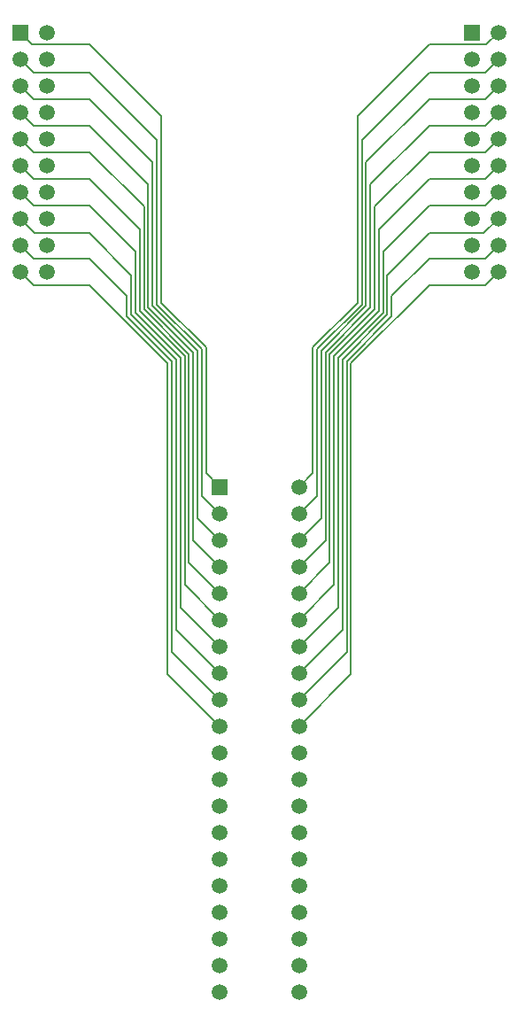
<source format=gtl>
G04 Layer_Physical_Order=1*
G04 Layer_Color=255*
%FSLAX25Y25*%
%MOIN*%
G70*
G01*
G75*
%ADD10C,0.00800*%
%ADD11C,0.05906*%
%ADD12R,0.05906X0.05906*%
D10*
X10000Y339500D02*
X15000Y334500D01*
Y344500D02*
X36000D01*
X10000Y349500D02*
X15000Y344500D01*
X15500Y354000D02*
X36000D01*
X10000Y359500D02*
X15500Y354000D01*
X15000Y364500D02*
X36000D01*
X10000Y369500D02*
X15000Y364500D01*
Y374500D02*
X36000D01*
X10000Y379500D02*
X15000Y374500D01*
X15000Y384500D02*
X36000D01*
X10000Y389500D02*
X15000Y384500D01*
X15000Y394500D02*
X36000D01*
X10000Y399500D02*
X15000Y394500D01*
X15000Y404500D02*
X36000D01*
X10000Y409500D02*
X15000Y404500D01*
X15000Y414500D02*
X36000D01*
X10000Y419500D02*
X15000Y414500D01*
X14500Y425000D02*
X36000D01*
X10000Y429500D02*
X14500Y425000D01*
X15000Y334500D02*
X36000D01*
X164000D02*
X185000D01*
X185500Y425000D02*
X190000Y429500D01*
X164000Y425000D02*
X185500D01*
X137000Y398000D02*
X164000Y425000D01*
X185000Y414500D02*
X190000Y419500D01*
X164000Y414500D02*
X185000D01*
X138600Y389100D02*
X164000Y414500D01*
X185000Y404500D02*
X190000Y409500D01*
X164000Y404500D02*
X185000D01*
X140200Y380700D02*
X164000Y404500D01*
X185000Y394500D02*
X190000Y399500D01*
X164000Y394500D02*
X185000D01*
X141800Y372300D02*
X164000Y394500D01*
X185000Y384500D02*
X190000Y389500D01*
X164000Y384500D02*
X185000D01*
X143400Y363900D02*
X164000Y384500D01*
X185000Y374500D02*
X190000Y379500D01*
X164000Y374500D02*
X185000D01*
X145000Y355500D02*
X164000Y374500D01*
X185000Y364500D02*
X190000Y369500D01*
X164000Y364500D02*
X185000D01*
X146600Y347100D02*
X164000Y364500D01*
X184500Y354000D02*
X190000Y359500D01*
X164000Y354000D02*
X184500D01*
X148200Y338200D02*
X164000Y354000D01*
X185000Y344500D02*
X190000Y349500D01*
X164000Y344500D02*
X185000D01*
X149800Y330300D02*
X164000Y344500D01*
X185000Y334500D02*
X190000Y339500D01*
X120100Y310965D02*
X137000Y327865D01*
X121700Y310302D02*
X138600Y327202D01*
X123300Y309639D02*
X140200Y326539D01*
X124900Y308976D02*
X141800Y325876D01*
X126500Y308314D02*
X143400Y325214D01*
Y363900D01*
X141800Y325876D02*
Y372300D01*
X140200Y326539D02*
Y380700D01*
X138600Y327202D02*
Y389100D01*
X137000Y327865D02*
Y398000D01*
X134500Y305000D02*
X164000Y334500D01*
X132900Y305663D02*
X149800Y322563D01*
Y330300D01*
X131300Y306326D02*
X148200Y323225D01*
Y338200D01*
X129700Y306988D02*
X146600Y323888D01*
Y347100D01*
X128100Y307651D02*
X145000Y324551D01*
Y355500D01*
X78300Y255200D02*
X85000Y248500D01*
X75100Y238400D02*
X85000Y228500D01*
X76700Y246800D02*
X85000Y238500D01*
X79900Y263600D02*
X85000Y258500D01*
X71900Y221600D02*
X85000Y208500D01*
X65500Y188000D02*
X85000Y168500D01*
X67100Y196400D02*
X85000Y178500D01*
X68700Y204800D02*
X85000Y188500D01*
X70300Y213200D02*
Y306988D01*
X65500Y188000D02*
Y305000D01*
X36000Y334500D02*
X65500Y305000D01*
X67100Y196400D02*
Y305663D01*
X68700Y204800D02*
Y306326D01*
X71900Y221600D02*
Y307651D01*
X73500Y230000D02*
Y308314D01*
X75100Y238400D02*
Y308976D01*
X76700Y246800D02*
Y309639D01*
X78300Y255200D02*
Y310302D01*
X79900Y263600D02*
Y310965D01*
X120100Y263600D02*
Y310965D01*
X121700Y255200D02*
Y310302D01*
X123300Y246800D02*
Y309639D01*
X124900Y238400D02*
Y308976D01*
X126500Y230000D02*
Y308314D01*
X128100Y221600D02*
Y307651D01*
X131300Y204800D02*
Y306326D01*
X132900Y196400D02*
Y305663D01*
X134500Y188000D02*
Y305000D01*
X129700Y213200D02*
Y306988D01*
X36000Y344500D02*
X50200Y330300D01*
Y322563D02*
X67100Y305663D01*
X50200Y322563D02*
Y330300D01*
X36000Y354000D02*
X51800Y338200D01*
Y323225D02*
X68700Y306326D01*
X51800Y323225D02*
Y338200D01*
X36000Y364500D02*
X53400Y347100D01*
Y323888D02*
X70300Y306988D01*
X53400Y323888D02*
Y347100D01*
X36000Y374500D02*
X55000Y355500D01*
Y324551D02*
X71900Y307651D01*
X55000Y324551D02*
Y355500D01*
X36000Y384500D02*
X56600Y363900D01*
Y325214D02*
X73500Y308314D01*
X56600Y325214D02*
Y363900D01*
X36000Y394500D02*
X58200Y372300D01*
Y325876D02*
X75100Y308976D01*
X58200Y325876D02*
Y372300D01*
X36000Y404500D02*
X59800Y380700D01*
Y326539D02*
X76700Y309639D01*
X59800Y326539D02*
Y380700D01*
X36000Y414500D02*
X61400Y389100D01*
Y327202D02*
X78300Y310302D01*
X61400Y327202D02*
Y389100D01*
X36000Y425000D02*
X63000Y398000D01*
Y327865D02*
X79900Y310965D01*
X63000Y327865D02*
Y398000D01*
X70300Y213200D02*
X85000Y198500D01*
X73500Y230000D02*
X85000Y218500D01*
X115000Y208500D02*
X128100Y221600D01*
X115000Y228500D02*
X124900Y238400D01*
X115000Y178500D02*
X132900Y196400D01*
X115000Y258500D02*
X120100Y263600D01*
X115000Y198500D02*
X129700Y213200D01*
X115000Y248500D02*
X121700Y255200D01*
X115000Y218500D02*
X126500Y230000D01*
X115000Y188500D02*
X131300Y204800D01*
X115000Y168500D02*
X134500Y188000D01*
X115000Y238500D02*
X123300Y246800D01*
D11*
X190000Y339500D02*
D03*
X180000D02*
D03*
X190000Y349500D02*
D03*
X180000D02*
D03*
X190000Y359500D02*
D03*
X180000D02*
D03*
X190000Y369500D02*
D03*
X180000D02*
D03*
X190000Y379500D02*
D03*
X180000D02*
D03*
X190000Y389500D02*
D03*
X180000D02*
D03*
X190000Y399500D02*
D03*
X180000D02*
D03*
X190000Y409500D02*
D03*
X180000Y409500D02*
D03*
X190000Y419500D02*
D03*
X180000D02*
D03*
X190000Y429500D02*
D03*
X20000Y339500D02*
D03*
X10000Y339500D02*
D03*
X20000Y349500D02*
D03*
X10000Y349500D02*
D03*
X20000Y359500D02*
D03*
X10000Y359500D02*
D03*
X20000Y369500D02*
D03*
X10000Y369500D02*
D03*
X20000Y379500D02*
D03*
X10000D02*
D03*
X20000Y389500D02*
D03*
X10000Y389500D02*
D03*
X20000Y399500D02*
D03*
X10000D02*
D03*
X20000Y409500D02*
D03*
X10000Y409500D02*
D03*
X20000Y419500D02*
D03*
X10000D02*
D03*
X20000Y429500D02*
D03*
X115000Y258500D02*
D03*
X85000Y248500D02*
D03*
X115000D02*
D03*
X85000Y238500D02*
D03*
X115000D02*
D03*
X85000Y228500D02*
D03*
X115000D02*
D03*
X85000Y218500D02*
D03*
X115000D02*
D03*
X85000Y208500D02*
D03*
X115000D02*
D03*
X85000Y198500D02*
D03*
X115000D02*
D03*
X85000Y188500D02*
D03*
X115000D02*
D03*
X85000Y178500D02*
D03*
X115000D02*
D03*
X85000Y168500D02*
D03*
X115000D02*
D03*
X85000Y158500D02*
D03*
X115000D02*
D03*
X85000Y148500D02*
D03*
X115000D02*
D03*
X85000Y138500D02*
D03*
X115000D02*
D03*
X85000Y128500D02*
D03*
X115000D02*
D03*
X85000Y118500D02*
D03*
X115000D02*
D03*
X85000Y108500D02*
D03*
X115000D02*
D03*
X85000Y98500D02*
D03*
X115000D02*
D03*
X85000Y88500D02*
D03*
X115000D02*
D03*
X85000Y78500D02*
D03*
X115000D02*
D03*
X85000Y68500D02*
D03*
X115000D02*
D03*
D12*
X180000Y429500D02*
D03*
X10000D02*
D03*
X85000Y258500D02*
D03*
M02*

</source>
